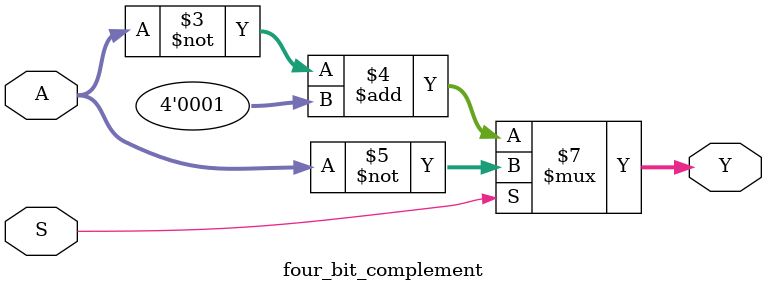
<source format=v>
module four_bit_complement
  (output reg [3:0] Y, input [3:0] A, input S);
  
  always @(*) begin
    if(S == 0) begin
      Y = ~A + 4'b1;
    end
    else begin
      Y = ~A;
    end
  end
  
endmodule
</source>
